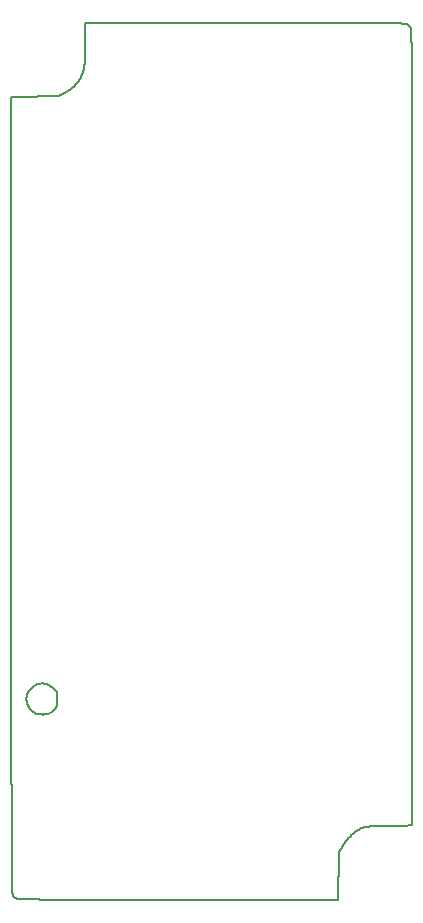
<source format=gm1>
G04 MADE WITH FRITZING*
G04 WWW.FRITZING.ORG*
G04 DOUBLE SIDED*
G04 HOLES PLATED*
G04 CONTOUR ON CENTER OF CONTOUR VECTOR*
%ASAXBY*%
%FSLAX23Y23*%
%MOIN*%
%OFA0B0*%
%SFA1.0B1.0*%
%ADD10C,0.008*%
%LNCONTOUR*%
G90*
G70*
G54D10*
X247Y2925D02*
X247Y2924D01*
X247Y2825D01*
X246Y2824D01*
X246Y2802D01*
X245Y2801D01*
X245Y2787D01*
X244Y2786D01*
X244Y2779D01*
X243Y2778D01*
X243Y2774D01*
X242Y2773D01*
X242Y2770D01*
X241Y2769D01*
X241Y2767D01*
X240Y2766D01*
X240Y2763D01*
X239Y2762D01*
X239Y2760D01*
X238Y2759D01*
X238Y2757D01*
X237Y2756D01*
X237Y2755D01*
X236Y2754D01*
X236Y2752D01*
X235Y2751D01*
X235Y2750D01*
X234Y2749D01*
X234Y2748D01*
X233Y2747D01*
X233Y2746D01*
X232Y2745D01*
X232Y2744D01*
X231Y2743D01*
X231Y2742D01*
X230Y2741D01*
X230Y2740D01*
X229Y2739D01*
X229Y2738D01*
X228Y2737D01*
X227Y2736D01*
X227Y2735D01*
X226Y2734D01*
X225Y2733D01*
X225Y2732D01*
X224Y2731D01*
X223Y2730D01*
X223Y2729D01*
X222Y2728D01*
X221Y2727D01*
X220Y2726D01*
X220Y2725D01*
X219Y2724D01*
X218Y2723D01*
X217Y2722D01*
X216Y2721D01*
X215Y2720D01*
X214Y2719D01*
X214Y2718D01*
X213Y2717D01*
X212Y2716D01*
X211Y2715D01*
X210Y2714D01*
X209Y2713D01*
X208Y2712D01*
X207Y2712D01*
X206Y2711D01*
X205Y2710D01*
X204Y2709D01*
X203Y2708D01*
X202Y2707D01*
X201Y2706D01*
X200Y2706D01*
X199Y2705D01*
X198Y2704D01*
X197Y2703D01*
X196Y2703D01*
X195Y2702D01*
X194Y2701D01*
X193Y2701D01*
X192Y2700D01*
X191Y2699D01*
X190Y2699D01*
X189Y2698D01*
X188Y2697D01*
X187Y2697D01*
X186Y2696D01*
X185Y2696D01*
X184Y2695D01*
X183Y2694D01*
X182Y2694D01*
X181Y2693D01*
X180Y2693D01*
X179Y2692D01*
X178Y2692D01*
X177Y2691D01*
X176Y2691D01*
X175Y2690D01*
X174Y2690D01*
X173Y2689D01*
X172Y2689D01*
X171Y2688D01*
X170Y2688D01*
X169Y2687D01*
X168Y2687D01*
X167Y2686D01*
X166Y2686D01*
X165Y2685D01*
X164Y2685D01*
X163Y2684D01*
X162Y2684D01*
X161Y2683D01*
X160Y2683D01*
X159Y2682D01*
X158Y2682D01*
X157Y2681D01*
X156Y2681D01*
X155Y2680D01*
X154Y2680D01*
X153Y2680D01*
X152Y2679D01*
X151Y2679D01*
X150Y2679D01*
X149Y2679D01*
X148Y2679D01*
X147Y2679D01*
X146Y2679D01*
X145Y2679D01*
X144Y2679D01*
X143Y2679D01*
X142Y2679D01*
X141Y2679D01*
X140Y2679D01*
X139Y2679D01*
X138Y2679D01*
X137Y2679D01*
X136Y2679D01*
X135Y2679D01*
X134Y2679D01*
X133Y2679D01*
X132Y2679D01*
X131Y2679D01*
X130Y2679D01*
X129Y2679D01*
X128Y2679D01*
X127Y2679D01*
X126Y2679D01*
X125Y2679D01*
X124Y2679D01*
X123Y2679D01*
X122Y2679D01*
X121Y2679D01*
X120Y2679D01*
X119Y2679D01*
X118Y2679D01*
X117Y2679D01*
X116Y2679D01*
X115Y2679D01*
X114Y2679D01*
X113Y2679D01*
X112Y2679D01*
X111Y2679D01*
X110Y2679D01*
X109Y2679D01*
X108Y2679D01*
X107Y2679D01*
X106Y2679D01*
X105Y2679D01*
X104Y2679D01*
X103Y2679D01*
X102Y2679D01*
X101Y2679D01*
X100Y2679D01*
X99Y2679D01*
X98Y2679D01*
X97Y2679D01*
X96Y2679D01*
X95Y2679D01*
X94Y2679D01*
X93Y2679D01*
X92Y2679D01*
X91Y2679D01*
X90Y2679D01*
X89Y2679D01*
X88Y2679D01*
X87Y2679D01*
X86Y2679D01*
X85Y2678D01*
X84Y2678D01*
X83Y2678D01*
X82Y2678D01*
X81Y2678D01*
X80Y2678D01*
X79Y2678D01*
X78Y2678D01*
X77Y2678D01*
X76Y2678D01*
X75Y2678D01*
X74Y2678D01*
X73Y2678D01*
X72Y2678D01*
X71Y2678D01*
X70Y2678D01*
X69Y2678D01*
X68Y2678D01*
X67Y2678D01*
X66Y2678D01*
X65Y2678D01*
X64Y2678D01*
X63Y2678D01*
X62Y2678D01*
X61Y2678D01*
X60Y2678D01*
X59Y2678D01*
X58Y2678D01*
X57Y2678D01*
X56Y2678D01*
X55Y2678D01*
X54Y2678D01*
X53Y2678D01*
X52Y2678D01*
X51Y2678D01*
X50Y2678D01*
X49Y2678D01*
X48Y2678D01*
X47Y2678D01*
X46Y2678D01*
X45Y2678D01*
X44Y2678D01*
X43Y2678D01*
X42Y2678D01*
X41Y2678D01*
X40Y2678D01*
X39Y2678D01*
X38Y2678D01*
X37Y2678D01*
X36Y2678D01*
X35Y2678D01*
X34Y2678D01*
X33Y2678D01*
X32Y2678D01*
X31Y2678D01*
X30Y2678D01*
X29Y2678D01*
X28Y2678D01*
X27Y2678D01*
X26Y2678D01*
X25Y2678D01*
X24Y2678D01*
X23Y2678D01*
X22Y2678D01*
X21Y2678D01*
X20Y2678D01*
X19Y2678D01*
X18Y2678D01*
X17Y2677D01*
X16Y2677D01*
X15Y2677D01*
X14Y2677D01*
X13Y2677D01*
X12Y2677D01*
X11Y2677D01*
X10Y2677D01*
X9Y2677D01*
X8Y2677D01*
X7Y2677D01*
X6Y2677D01*
X5Y2677D01*
X4Y2677D01*
X3Y2677D01*
X2Y2677D01*
X1Y2677D01*
X0Y2677D01*
X0Y386D01*
X1Y385D01*
X1Y144D01*
X2Y143D01*
X2Y66D01*
X3Y65D01*
X3Y36D01*
X4Y35D01*
X4Y23D01*
X5Y22D01*
X5Y18D01*
X6Y17D01*
X7Y16D01*
X7Y15D01*
X8Y14D01*
X9Y13D01*
X10Y12D01*
X10Y11D01*
X11Y10D01*
X12Y9D01*
X13Y9D01*
X14Y8D01*
X15Y7D01*
X16Y6D01*
X17Y6D01*
X18Y5D01*
X19Y5D01*
X20Y4D01*
X21Y4D01*
X22Y4D01*
X23Y4D01*
X24Y4D01*
X25Y4D01*
X26Y4D01*
X27Y4D01*
X28Y4D01*
X29Y4D01*
X30Y4D01*
X31Y4D01*
X32Y4D01*
X33Y4D01*
X34Y4D01*
X35Y4D01*
X36Y4D01*
X37Y3D01*
X38Y3D01*
X39Y3D01*
X40Y3D01*
X41Y3D01*
X42Y3D01*
X43Y3D01*
X44Y3D01*
X45Y3D01*
X46Y3D01*
X47Y3D01*
X48Y3D01*
X49Y3D01*
X50Y3D01*
X51Y3D01*
X52Y3D01*
X53Y3D01*
X54Y3D01*
X55Y3D01*
X56Y3D01*
X57Y3D01*
X58Y3D01*
X59Y3D01*
X60Y3D01*
X61Y3D01*
X62Y3D01*
X63Y3D01*
X64Y3D01*
X65Y3D01*
X66Y3D01*
X67Y3D01*
X68Y3D01*
X69Y3D01*
X70Y3D01*
X71Y3D01*
X72Y3D01*
X73Y3D01*
X74Y3D01*
X75Y3D01*
X76Y3D01*
X77Y3D01*
X78Y3D01*
X79Y3D01*
X80Y3D01*
X81Y3D01*
X82Y3D01*
X83Y3D01*
X84Y3D01*
X85Y3D01*
X86Y3D01*
X87Y3D01*
X88Y3D01*
X89Y3D01*
X90Y3D01*
X91Y3D01*
X92Y3D01*
X93Y3D01*
X94Y3D01*
X95Y3D01*
X96Y3D01*
X97Y2D01*
X98Y2D01*
X99Y2D01*
X100Y2D01*
X101Y2D01*
X102Y2D01*
X103Y2D01*
X104Y2D01*
X105Y2D01*
X106Y2D01*
X107Y2D01*
X108Y2D01*
X109Y2D01*
X110Y2D01*
X111Y2D01*
X112Y2D01*
X113Y2D01*
X114Y2D01*
X115Y2D01*
X116Y2D01*
X117Y2D01*
X118Y2D01*
X119Y2D01*
X120Y2D01*
X121Y2D01*
X122Y2D01*
X123Y2D01*
X124Y2D01*
X125Y2D01*
X126Y2D01*
X127Y2D01*
X128Y2D01*
X129Y2D01*
X130Y2D01*
X131Y2D01*
X132Y2D01*
X133Y2D01*
X134Y2D01*
X135Y2D01*
X136Y2D01*
X137Y2D01*
X138Y2D01*
X139Y2D01*
X140Y2D01*
X141Y2D01*
X142Y2D01*
X143Y2D01*
X144Y2D01*
X145Y2D01*
X146Y2D01*
X147Y2D01*
X148Y2D01*
X149Y2D01*
X150Y2D01*
X151Y2D01*
X152Y2D01*
X153Y2D01*
X154Y2D01*
X155Y2D01*
X156Y2D01*
X157Y2D01*
X158Y2D01*
X159Y2D01*
X160Y2D01*
X161Y2D01*
X162Y2D01*
X163Y2D01*
X164Y2D01*
X165Y2D01*
X166Y2D01*
X167Y2D01*
X168Y2D01*
X169Y2D01*
X170Y2D01*
X171Y2D01*
X172Y2D01*
X173Y2D01*
X174Y2D01*
X175Y2D01*
X176Y2D01*
X177Y2D01*
X178Y2D01*
X179Y2D01*
X180Y2D01*
X181Y2D01*
X182Y2D01*
X183Y2D01*
X184Y2D01*
X185Y2D01*
X186Y2D01*
X187Y2D01*
X188Y2D01*
X189Y2D01*
X190Y2D01*
X191Y2D01*
X192Y2D01*
X193Y2D01*
X194Y2D01*
X195Y2D01*
X196Y2D01*
X197Y2D01*
X198Y2D01*
X199Y2D01*
X200Y2D01*
X201Y2D01*
X202Y2D01*
X203Y2D01*
X204Y2D01*
X205Y2D01*
X206Y2D01*
X207Y2D01*
X208Y2D01*
X209Y2D01*
X210Y2D01*
X211Y2D01*
X212Y2D01*
X213Y2D01*
X214Y2D01*
X215Y2D01*
X216Y2D01*
X217Y2D01*
X218Y2D01*
X219Y2D01*
X220Y2D01*
X221Y2D01*
X222Y2D01*
X223Y2D01*
X224Y2D01*
X225Y2D01*
X226Y2D01*
X227Y2D01*
X228Y2D01*
X229Y2D01*
X230Y2D01*
X231Y2D01*
X232Y2D01*
X233Y2D01*
X234Y2D01*
X235Y2D01*
X236Y2D01*
X237Y2D01*
X238Y2D01*
X239Y2D01*
X240Y2D01*
X241Y2D01*
X242Y2D01*
X243Y2D01*
X244Y2D01*
X245Y2D01*
X246Y2D01*
X247Y2D01*
X248Y2D01*
X249Y2D01*
X250Y2D01*
X251Y2D01*
X252Y2D01*
X253Y2D01*
X254Y2D01*
X255Y2D01*
X256Y2D01*
X257Y2D01*
X258Y2D01*
X259Y2D01*
X260Y2D01*
X261Y2D01*
X262Y2D01*
X263Y2D01*
X264Y2D01*
X265Y2D01*
X266Y2D01*
X267Y2D01*
X268Y2D01*
X269Y2D01*
X270Y1D01*
X271Y1D01*
X272Y1D01*
X273Y1D01*
X274Y1D01*
X275Y1D01*
X276Y1D01*
X277Y1D01*
X278Y1D01*
X279Y1D01*
X280Y1D01*
X281Y1D01*
X282Y1D01*
X283Y1D01*
X284Y1D01*
X285Y1D01*
X286Y1D01*
X287Y1D01*
X288Y1D01*
X289Y1D01*
X290Y1D01*
X291Y1D01*
X292Y1D01*
X293Y1D01*
X294Y1D01*
X295Y1D01*
X296Y1D01*
X297Y1D01*
X298Y1D01*
X299Y1D01*
X300Y1D01*
X301Y1D01*
X302Y1D01*
X303Y1D01*
X304Y1D01*
X305Y1D01*
X306Y1D01*
X307Y1D01*
X308Y1D01*
X309Y1D01*
X310Y1D01*
X311Y1D01*
X312Y1D01*
X313Y1D01*
X314Y1D01*
X315Y1D01*
X316Y1D01*
X317Y1D01*
X318Y1D01*
X319Y1D01*
X320Y1D01*
X321Y1D01*
X322Y1D01*
X323Y1D01*
X324Y1D01*
X325Y1D01*
X326Y1D01*
X327Y1D01*
X328Y1D01*
X329Y1D01*
X330Y1D01*
X331Y1D01*
X332Y1D01*
X333Y1D01*
X334Y1D01*
X335Y1D01*
X336Y1D01*
X337Y1D01*
X338Y1D01*
X339Y1D01*
X340Y1D01*
X341Y1D01*
X342Y1D01*
X343Y1D01*
X344Y1D01*
X345Y1D01*
X346Y1D01*
X347Y1D01*
X348Y1D01*
X349Y1D01*
X350Y1D01*
X351Y1D01*
X352Y1D01*
X353Y1D01*
X354Y1D01*
X355Y1D01*
X356Y1D01*
X357Y1D01*
X358Y1D01*
X359Y1D01*
X360Y1D01*
X361Y1D01*
X362Y1D01*
X363Y1D01*
X364Y1D01*
X365Y1D01*
X366Y1D01*
X367Y1D01*
X368Y1D01*
X369Y1D01*
X370Y1D01*
X371Y1D01*
X372Y1D01*
X373Y1D01*
X374Y1D01*
X375Y1D01*
X376Y1D01*
X377Y1D01*
X378Y1D01*
X379Y1D01*
X380Y1D01*
X381Y1D01*
X382Y1D01*
X383Y1D01*
X384Y1D01*
X385Y1D01*
X386Y1D01*
X387Y1D01*
X388Y1D01*
X389Y1D01*
X390Y1D01*
X391Y1D01*
X392Y1D01*
X393Y1D01*
X394Y1D01*
X395Y1D01*
X396Y1D01*
X397Y1D01*
X398Y1D01*
X399Y1D01*
X400Y1D01*
X401Y1D01*
X402Y1D01*
X403Y1D01*
X404Y1D01*
X405Y1D01*
X406Y1D01*
X407Y1D01*
X408Y1D01*
X409Y1D01*
X410Y1D01*
X411Y1D01*
X412Y1D01*
X413Y1D01*
X414Y1D01*
X415Y1D01*
X416Y1D01*
X417Y1D01*
X418Y1D01*
X419Y1D01*
X420Y1D01*
X421Y1D01*
X422Y1D01*
X423Y1D01*
X424Y1D01*
X425Y1D01*
X426Y1D01*
X427Y1D01*
X428Y1D01*
X429Y1D01*
X430Y1D01*
X431Y1D01*
X432Y1D01*
X433Y1D01*
X434Y1D01*
X435Y1D01*
X436Y1D01*
X437Y1D01*
X438Y1D01*
X439Y1D01*
X440Y1D01*
X441Y1D01*
X442Y1D01*
X443Y1D01*
X444Y1D01*
X445Y1D01*
X446Y1D01*
X447Y1D01*
X448Y1D01*
X449Y1D01*
X450Y1D01*
X451Y1D01*
X452Y1D01*
X453Y1D01*
X454Y1D01*
X455Y1D01*
X456Y1D01*
X457Y1D01*
X458Y1D01*
X459Y1D01*
X460Y1D01*
X461Y1D01*
X462Y1D01*
X463Y1D01*
X464Y1D01*
X465Y1D01*
X466Y1D01*
X467Y1D01*
X468Y1D01*
X469Y1D01*
X470Y1D01*
X471Y1D01*
X472Y1D01*
X473Y1D01*
X474Y1D01*
X475Y1D01*
X476Y1D01*
X477Y1D01*
X478Y1D01*
X479Y1D01*
X480Y1D01*
X481Y1D01*
X482Y1D01*
X483Y1D01*
X484Y1D01*
X485Y1D01*
X486Y1D01*
X487Y1D01*
X488Y1D01*
X489Y1D01*
X490Y1D01*
X491Y1D01*
X492Y1D01*
X493Y1D01*
X494Y1D01*
X495Y1D01*
X496Y1D01*
X497Y1D01*
X498Y1D01*
X499Y1D01*
X500Y1D01*
X501Y1D01*
X502Y1D01*
X503Y1D01*
X504Y1D01*
X505Y1D01*
X506Y1D01*
X507Y1D01*
X508Y1D01*
X509Y1D01*
X510Y1D01*
X511Y1D01*
X512Y1D01*
X513Y1D01*
X514Y1D01*
X515Y1D01*
X516Y1D01*
X517Y1D01*
X518Y1D01*
X519Y1D01*
X520Y1D01*
X521Y1D01*
X522Y1D01*
X523Y1D01*
X524Y1D01*
X525Y1D01*
X526Y1D01*
X527Y1D01*
X528Y1D01*
X529Y1D01*
X530Y1D01*
X531Y1D01*
X532Y1D01*
X533Y1D01*
X534Y1D01*
X535Y1D01*
X536Y1D01*
X537Y1D01*
X538Y1D01*
X539Y1D01*
X540Y1D01*
X541Y1D01*
X542Y1D01*
X543Y1D01*
X544Y1D01*
X545Y1D01*
X546Y1D01*
X547Y1D01*
X548Y1D01*
X549Y1D01*
X550Y1D01*
X551Y1D01*
X552Y1D01*
X553Y1D01*
X554Y1D01*
X555Y1D01*
X556Y1D01*
X557Y1D01*
X558Y1D01*
X559Y1D01*
X560Y1D01*
X561Y1D01*
X562Y1D01*
X563Y1D01*
X564Y1D01*
X565Y1D01*
X566Y1D01*
X567Y1D01*
X568Y1D01*
X569Y1D01*
X570Y1D01*
X571Y1D01*
X572Y1D01*
X573Y1D01*
X574Y1D01*
X575Y1D01*
X576Y1D01*
X577Y1D01*
X578Y1D01*
X579Y1D01*
X580Y1D01*
X581Y1D01*
X582Y1D01*
X583Y1D01*
X584Y1D01*
X585Y1D01*
X586Y1D01*
X587Y1D01*
X588Y1D01*
X589Y1D01*
X590Y1D01*
X591Y1D01*
X592Y1D01*
X593Y1D01*
X594Y1D01*
X595Y1D01*
X596Y1D01*
X597Y1D01*
X598Y1D01*
X599Y1D01*
X600Y1D01*
X601Y1D01*
X602Y1D01*
X603Y1D01*
X604Y1D01*
X605Y1D01*
X606Y1D01*
X607Y1D01*
X608Y1D01*
X609Y1D01*
X610Y1D01*
X611Y1D01*
X612Y1D01*
X613Y1D01*
X614Y1D01*
X615Y1D01*
X616Y1D01*
X617Y1D01*
X618Y1D01*
X619Y1D01*
X620Y1D01*
X621Y1D01*
X622Y1D01*
X623Y1D01*
X624Y1D01*
X625Y1D01*
X626Y1D01*
X627Y1D01*
X628Y1D01*
X629Y1D01*
X630Y1D01*
X631Y1D01*
X632Y1D01*
X633Y1D01*
X634Y1D01*
X635Y1D01*
X636Y1D01*
X637Y1D01*
X638Y1D01*
X639Y1D01*
X640Y1D01*
X641Y1D01*
X642Y1D01*
X643Y1D01*
X644Y1D01*
X645Y1D01*
X646Y1D01*
X647Y1D01*
X648Y1D01*
X649Y1D01*
X650Y1D01*
X651Y1D01*
X652Y1D01*
X653Y1D01*
X654Y1D01*
X655Y1D01*
X656Y1D01*
X657Y1D01*
X658Y1D01*
X659Y1D01*
X660Y1D01*
X661Y1D01*
X662Y1D01*
X663Y1D01*
X664Y1D01*
X665Y1D01*
X666Y1D01*
X667Y1D01*
X668Y1D01*
X669Y1D01*
X670Y1D01*
X671Y1D01*
X672Y1D01*
X673Y1D01*
X674Y1D01*
X675Y1D01*
X676Y1D01*
X677Y1D01*
X678Y1D01*
X679Y1D01*
X680Y1D01*
X681Y1D01*
X682Y1D01*
X683Y1D01*
X684Y1D01*
X685Y1D01*
X686Y1D01*
X687Y1D01*
X688Y1D01*
X689Y1D01*
X690Y1D01*
X691Y1D01*
X692Y1D01*
X693Y1D01*
X694Y1D01*
X695Y1D01*
X696Y1D01*
X697Y1D01*
X698Y1D01*
X699Y1D01*
X700Y1D01*
X701Y1D01*
X702Y1D01*
X703Y1D01*
X704Y1D01*
X705Y1D01*
X706Y1D01*
X707Y1D01*
X708Y1D01*
X709Y1D01*
X710Y1D01*
X711Y1D01*
X712Y1D01*
X713Y1D01*
X714Y1D01*
X715Y1D01*
X716Y1D01*
X717Y1D01*
X718Y1D01*
X719Y1D01*
X720Y1D01*
X721Y1D01*
X722Y1D01*
X723Y1D01*
X724Y1D01*
X725Y1D01*
X726Y1D01*
X727Y1D01*
X728Y1D01*
X729Y1D01*
X730Y1D01*
X731Y1D01*
X732Y1D01*
X733Y1D01*
X734Y1D01*
X735Y1D01*
X736Y1D01*
X737Y1D01*
X738Y1D01*
X739Y1D01*
X740Y1D01*
X741Y1D01*
X742Y1D01*
X743Y1D01*
X744Y1D01*
X745Y1D01*
X746Y1D01*
X747Y1D01*
X748Y1D01*
X749Y1D01*
X750Y1D01*
X751Y1D01*
X752Y1D01*
X753Y1D01*
X754Y1D01*
X755Y1D01*
X756Y1D01*
X757Y1D01*
X758Y1D01*
X759Y1D01*
X760Y1D01*
X761Y1D01*
X762Y1D01*
X763Y1D01*
X764Y1D01*
X765Y1D01*
X766Y1D01*
X767Y1D01*
X768Y1D01*
X769Y1D01*
X770Y1D01*
X771Y1D01*
X772Y1D01*
X773Y1D01*
X774Y1D01*
X775Y1D01*
X776Y1D01*
X777Y1D01*
X778Y1D01*
X779Y1D01*
X780Y1D01*
X781Y1D01*
X782Y1D01*
X783Y1D01*
X784Y1D01*
X785Y1D01*
X786Y1D01*
X787Y1D01*
X788Y1D01*
X789Y1D01*
X790Y1D01*
X791Y1D01*
X792Y1D01*
X793Y1D01*
X794Y1D01*
X795Y1D01*
X796Y1D01*
X797Y1D01*
X798Y1D01*
X799Y1D01*
X800Y1D01*
X801Y1D01*
X802Y1D01*
X803Y1D01*
X804Y1D01*
X805Y1D01*
X806Y1D01*
X807Y1D01*
X808Y1D01*
X809Y1D01*
X810Y1D01*
X811Y1D01*
X812Y1D01*
X813Y1D01*
X814Y1D01*
X815Y1D01*
X816Y1D01*
X817Y1D01*
X818Y1D01*
X819Y1D01*
X820Y1D01*
X821Y1D01*
X822Y1D01*
X823Y1D01*
X824Y1D01*
X825Y1D01*
X826Y1D01*
X827Y1D01*
X828Y1D01*
X829Y1D01*
X830Y1D01*
X831Y1D01*
X832Y1D01*
X833Y1D01*
X834Y1D01*
X835Y1D01*
X836Y1D01*
X837Y1D01*
X838Y1D01*
X839Y1D01*
X840Y1D01*
X841Y1D01*
X842Y1D01*
X843Y1D01*
X844Y1D01*
X845Y1D01*
X846Y1D01*
X847Y1D01*
X848Y1D01*
X849Y1D01*
X850Y1D01*
X851Y1D01*
X852Y1D01*
X853Y1D01*
X854Y1D01*
X855Y1D01*
X856Y1D01*
X857Y1D01*
X858Y1D01*
X859Y1D01*
X860Y1D01*
X861Y1D01*
X862Y1D01*
X863Y1D01*
X864Y1D01*
X865Y1D01*
X866Y1D01*
X867Y1D01*
X868Y1D01*
X869Y1D01*
X870Y1D01*
X871Y1D01*
X872Y1D01*
X873Y1D01*
X874Y1D01*
X875Y1D01*
X876Y1D01*
X877Y1D01*
X878Y1D01*
X879Y1D01*
X880Y1D01*
X881Y1D01*
X882Y1D01*
X883Y1D01*
X884Y1D01*
X885Y1D01*
X886Y1D01*
X887Y1D01*
X888Y1D01*
X889Y1D01*
X890Y1D01*
X891Y1D01*
X892Y1D01*
X893Y1D01*
X894Y1D01*
X895Y1D01*
X896Y1D01*
X897Y1D01*
X898Y1D01*
X899Y1D01*
X900Y1D01*
X901Y1D01*
X902Y1D01*
X903Y1D01*
X904Y1D01*
X905Y1D01*
X906Y1D01*
X907Y1D01*
X908Y1D01*
X909Y1D01*
X910Y1D01*
X911Y1D01*
X912Y1D01*
X913Y1D01*
X914Y1D01*
X915Y1D01*
X916Y1D01*
X917Y1D01*
X918Y1D01*
X919Y1D01*
X920Y1D01*
X921Y1D01*
X922Y1D01*
X923Y1D01*
X924Y1D01*
X925Y1D01*
X926Y1D01*
X927Y1D01*
X928Y1D01*
X929Y1D01*
X930Y1D01*
X931Y1D01*
X932Y1D01*
X933Y1D01*
X934Y1D01*
X935Y1D01*
X936Y1D01*
X937Y1D01*
X938Y1D01*
X939Y1D01*
X940Y1D01*
X941Y1D01*
X942Y1D01*
X943Y1D01*
X944Y1D01*
X945Y1D01*
X946Y1D01*
X947Y1D01*
X948Y1D01*
X949Y1D01*
X950Y1D01*
X951Y1D01*
X952Y1D01*
X953Y1D01*
X954Y1D01*
X955Y1D01*
X956Y1D01*
X957Y1D01*
X958Y1D01*
X959Y1D01*
X960Y1D01*
X961Y1D01*
X962Y1D01*
X963Y1D01*
X964Y1D01*
X965Y1D01*
X966Y1D01*
X967Y1D01*
X968Y1D01*
X969Y1D01*
X970Y1D01*
X971Y1D01*
X972Y1D01*
X973Y1D01*
X974Y1D01*
X975Y1D01*
X976Y1D01*
X977Y1D01*
X978Y1D01*
X979Y1D01*
X980Y1D01*
X981Y1D01*
X982Y1D01*
X983Y1D01*
X984Y1D01*
X985Y1D01*
X986Y1D01*
X987Y1D01*
X988Y1D01*
X989Y1D01*
X990Y1D01*
X991Y1D01*
X992Y1D01*
X993Y1D01*
X994Y1D01*
X995Y1D01*
X996Y1D01*
X997Y1D01*
X998Y1D01*
X999Y1D01*
X1000Y1D01*
X1001Y1D01*
X1002Y1D01*
X1003Y1D01*
X1004Y1D01*
X1005Y1D01*
X1006Y1D01*
X1007Y1D01*
X1008Y1D01*
X1009Y1D01*
X1010Y1D01*
X1011Y1D01*
X1012Y1D01*
X1013Y1D01*
X1014Y1D01*
X1015Y1D01*
X1016Y1D01*
X1017Y1D01*
X1018Y1D01*
X1019Y1D01*
X1020Y1D01*
X1021Y1D01*
X1022Y1D01*
X1023Y1D01*
X1024Y1D01*
X1025Y1D01*
X1026Y1D01*
X1027Y1D01*
X1028Y1D01*
X1029Y1D01*
X1030Y1D01*
X1031Y1D01*
X1032Y1D01*
X1033Y1D01*
X1034Y1D01*
X1035Y1D01*
X1036Y1D01*
X1037Y1D01*
X1038Y1D01*
X1039Y1D01*
X1040Y1D01*
X1041Y1D01*
X1042Y1D01*
X1043Y1D01*
X1044Y1D01*
X1045Y1D01*
X1046Y1D01*
X1047Y1D01*
X1048Y1D01*
X1049Y1D01*
X1050Y1D01*
X1051Y1D01*
X1052Y1D01*
X1053Y1D01*
X1054Y1D01*
X1055Y1D01*
X1056Y1D01*
X1057Y1D01*
X1058Y1D01*
X1059Y1D01*
X1060Y1D01*
X1061Y1D01*
X1062Y1D01*
X1063Y1D01*
X1064Y1D01*
X1065Y1D01*
X1066Y1D01*
X1067Y1D01*
X1068Y1D01*
X1069Y1D01*
X1070Y1D01*
X1071Y1D01*
X1072Y1D01*
X1073Y1D01*
X1074Y1D01*
X1075Y1D01*
X1076Y1D01*
X1077Y1D01*
X1078Y1D01*
X1079Y1D01*
X1080Y1D01*
X1081Y1D01*
X1082Y1D01*
X1083Y1D01*
X1084Y1D01*
X1085Y1D01*
X1086Y1D01*
X1087Y1D01*
X1088Y1D01*
X1089Y1D01*
X1089Y14D01*
X1090Y15D01*
X1090Y78D01*
X1091Y79D01*
X1091Y143D01*
X1092Y144D01*
X1092Y159D01*
X1093Y160D01*
X1093Y161D01*
X1094Y162D01*
X1094Y163D01*
X1095Y164D01*
X1096Y165D01*
X1096Y166D01*
X1097Y167D01*
X1097Y168D01*
X1098Y169D01*
X1098Y170D01*
X1099Y171D01*
X1099Y172D01*
X1100Y173D01*
X1100Y174D01*
X1101Y175D01*
X1101Y176D01*
X1102Y177D01*
X1102Y178D01*
X1103Y179D01*
X1103Y180D01*
X1104Y181D01*
X1105Y182D01*
X1105Y183D01*
X1106Y184D01*
X1106Y185D01*
X1107Y186D01*
X1107Y187D01*
X1108Y188D01*
X1109Y189D01*
X1109Y190D01*
X1110Y191D01*
X1111Y192D01*
X1111Y193D01*
X1112Y194D01*
X1113Y195D01*
X1114Y196D01*
X1114Y197D01*
X1115Y198D01*
X1116Y199D01*
X1117Y200D01*
X1118Y201D01*
X1118Y202D01*
X1119Y203D01*
X1120Y204D01*
X1121Y205D01*
X1122Y206D01*
X1123Y207D01*
X1124Y208D01*
X1125Y209D01*
X1126Y210D01*
X1127Y211D01*
X1128Y212D01*
X1128Y213D01*
X1129Y214D01*
X1130Y214D01*
X1131Y215D01*
X1132Y216D01*
X1133Y217D01*
X1134Y218D01*
X1135Y219D01*
X1136Y220D01*
X1137Y221D01*
X1138Y222D01*
X1139Y222D01*
X1140Y223D01*
X1141Y224D01*
X1142Y225D01*
X1143Y226D01*
X1144Y226D01*
X1145Y227D01*
X1146Y228D01*
X1147Y229D01*
X1148Y229D01*
X1149Y230D01*
X1150Y231D01*
X1151Y231D01*
X1152Y232D01*
X1153Y233D01*
X1154Y233D01*
X1155Y234D01*
X1156Y234D01*
X1157Y235D01*
X1158Y235D01*
X1159Y236D01*
X1160Y237D01*
X1161Y237D01*
X1162Y238D01*
X1163Y238D01*
X1164Y239D01*
X1165Y239D01*
X1166Y240D01*
X1167Y240D01*
X1168Y240D01*
X1169Y241D01*
X1170Y241D01*
X1171Y242D01*
X1172Y242D01*
X1173Y242D01*
X1174Y243D01*
X1175Y243D01*
X1176Y243D01*
X1177Y243D01*
X1178Y243D01*
X1179Y244D01*
X1180Y244D01*
X1181Y244D01*
X1182Y244D01*
X1183Y244D01*
X1184Y245D01*
X1185Y245D01*
X1186Y245D01*
X1187Y245D01*
X1188Y245D01*
X1189Y245D01*
X1190Y245D01*
X1191Y245D01*
X1192Y245D01*
X1193Y246D01*
X1194Y246D01*
X1195Y246D01*
X1196Y246D01*
X1197Y246D01*
X1198Y246D01*
X1199Y246D01*
X1200Y246D01*
X1201Y246D01*
X1202Y246D01*
X1203Y246D01*
X1204Y246D01*
X1205Y246D01*
X1206Y246D01*
X1207Y246D01*
X1208Y246D01*
X1209Y246D01*
X1210Y246D01*
X1211Y246D01*
X1212Y247D01*
X1213Y247D01*
X1214Y247D01*
X1215Y247D01*
X1216Y247D01*
X1217Y247D01*
X1218Y247D01*
X1219Y247D01*
X1220Y247D01*
X1221Y247D01*
X1222Y247D01*
X1223Y247D01*
X1224Y247D01*
X1225Y247D01*
X1226Y247D01*
X1227Y247D01*
X1228Y247D01*
X1229Y247D01*
X1230Y247D01*
X1231Y247D01*
X1232Y247D01*
X1233Y247D01*
X1234Y247D01*
X1235Y247D01*
X1236Y247D01*
X1237Y247D01*
X1238Y247D01*
X1239Y247D01*
X1240Y247D01*
X1241Y247D01*
X1242Y247D01*
X1243Y247D01*
X1244Y247D01*
X1245Y247D01*
X1246Y247D01*
X1247Y247D01*
X1248Y247D01*
X1249Y247D01*
X1250Y247D01*
X1251Y247D01*
X1252Y247D01*
X1253Y247D01*
X1254Y247D01*
X1255Y247D01*
X1256Y247D01*
X1257Y248D01*
X1258Y248D01*
X1259Y248D01*
X1260Y248D01*
X1261Y248D01*
X1262Y248D01*
X1263Y248D01*
X1264Y248D01*
X1265Y248D01*
X1266Y248D01*
X1267Y248D01*
X1268Y248D01*
X1269Y248D01*
X1270Y248D01*
X1271Y248D01*
X1272Y248D01*
X1273Y248D01*
X1274Y248D01*
X1275Y248D01*
X1276Y248D01*
X1277Y248D01*
X1278Y248D01*
X1279Y248D01*
X1280Y248D01*
X1281Y248D01*
X1282Y248D01*
X1283Y248D01*
X1284Y248D01*
X1285Y248D01*
X1286Y248D01*
X1287Y248D01*
X1288Y248D01*
X1289Y248D01*
X1290Y248D01*
X1291Y248D01*
X1292Y248D01*
X1293Y248D01*
X1294Y248D01*
X1295Y248D01*
X1296Y248D01*
X1297Y248D01*
X1298Y248D01*
X1299Y248D01*
X1300Y248D01*
X1301Y248D01*
X1302Y248D01*
X1303Y248D01*
X1304Y248D01*
X1305Y248D01*
X1306Y248D01*
X1307Y248D01*
X1308Y248D01*
X1309Y248D01*
X1310Y248D01*
X1311Y248D01*
X1312Y248D01*
X1313Y248D01*
X1314Y248D01*
X1315Y248D01*
X1316Y248D01*
X1317Y248D01*
X1318Y248D01*
X1319Y248D01*
X1320Y248D01*
X1321Y249D01*
X1322Y249D01*
X1323Y249D01*
X1324Y249D01*
X1325Y249D01*
X1326Y249D01*
X1327Y249D01*
X1328Y249D01*
X1329Y249D01*
X1330Y249D01*
X1331Y249D01*
X1332Y249D01*
X1333Y249D01*
X1334Y249D01*
X1335Y249D01*
X1336Y249D01*
X1337Y249D01*
X1337Y2532D01*
X1336Y2533D01*
X1336Y2780D01*
X1335Y2781D01*
X1335Y2860D01*
X1334Y2861D01*
X1334Y2890D01*
X1333Y2891D01*
X1333Y2904D01*
X1332Y2905D01*
X1332Y2908D01*
X1331Y2909D01*
X1330Y2910D01*
X1330Y2911D01*
X1329Y2912D01*
X1328Y2913D01*
X1328Y2914D01*
X1327Y2915D01*
X1326Y2916D01*
X1325Y2917D01*
X1324Y2918D01*
X1323Y2919D01*
X1322Y2920D01*
X1321Y2921D01*
X1320Y2921D01*
X1319Y2922D01*
X1318Y2922D01*
X1317Y2922D01*
X1316Y2922D01*
X1315Y2922D01*
X1314Y2922D01*
X1313Y2922D01*
X1312Y2922D01*
X1311Y2922D01*
X1310Y2922D01*
X1309Y2922D01*
X1308Y2922D01*
X1307Y2922D01*
X1306Y2922D01*
X1305Y2922D01*
X1304Y2922D01*
X1303Y2922D01*
X1302Y2922D01*
X1301Y2922D01*
X1300Y2923D01*
X1299Y2923D01*
X1298Y2923D01*
X1297Y2923D01*
X1296Y2923D01*
X1295Y2923D01*
X1294Y2923D01*
X1293Y2923D01*
X1292Y2923D01*
X1291Y2923D01*
X1290Y2923D01*
X1289Y2923D01*
X1288Y2923D01*
X1287Y2923D01*
X1286Y2923D01*
X1285Y2923D01*
X1284Y2923D01*
X1283Y2923D01*
X1282Y2923D01*
X1281Y2923D01*
X1280Y2923D01*
X1279Y2923D01*
X1278Y2923D01*
X1277Y2923D01*
X1276Y2923D01*
X1275Y2923D01*
X1274Y2923D01*
X1273Y2923D01*
X1272Y2923D01*
X1271Y2923D01*
X1270Y2923D01*
X1269Y2923D01*
X1268Y2923D01*
X1267Y2923D01*
X1266Y2923D01*
X1265Y2923D01*
X1264Y2923D01*
X1263Y2923D01*
X1262Y2923D01*
X1261Y2923D01*
X1260Y2923D01*
X1259Y2923D01*
X1258Y2923D01*
X1257Y2923D01*
X1256Y2923D01*
X1255Y2923D01*
X1254Y2923D01*
X1253Y2923D01*
X1252Y2923D01*
X1251Y2923D01*
X1250Y2923D01*
X1249Y2923D01*
X1248Y2924D01*
X1247Y2924D01*
X1246Y2924D01*
X1245Y2924D01*
X1244Y2924D01*
X1243Y2924D01*
X1242Y2924D01*
X1241Y2924D01*
X1240Y2924D01*
X1239Y2924D01*
X1238Y2924D01*
X1237Y2924D01*
X1236Y2924D01*
X1235Y2924D01*
X1234Y2924D01*
X1233Y2924D01*
X1232Y2924D01*
X1231Y2924D01*
X1230Y2924D01*
X1229Y2924D01*
X1228Y2924D01*
X1227Y2924D01*
X1226Y2924D01*
X1225Y2924D01*
X1224Y2924D01*
X1223Y2924D01*
X1222Y2924D01*
X1221Y2924D01*
X1220Y2924D01*
X1219Y2924D01*
X1218Y2924D01*
X1217Y2924D01*
X1216Y2924D01*
X1215Y2924D01*
X1214Y2924D01*
X1213Y2924D01*
X1212Y2924D01*
X1211Y2924D01*
X1210Y2924D01*
X1209Y2924D01*
X1208Y2924D01*
X1207Y2924D01*
X1206Y2924D01*
X1205Y2924D01*
X1204Y2924D01*
X1203Y2924D01*
X1202Y2924D01*
X1201Y2924D01*
X1200Y2924D01*
X1199Y2924D01*
X1198Y2924D01*
X1197Y2924D01*
X1196Y2924D01*
X1195Y2924D01*
X1194Y2924D01*
X1193Y2924D01*
X1192Y2924D01*
X1191Y2924D01*
X1190Y2924D01*
X1189Y2924D01*
X1188Y2924D01*
X1187Y2924D01*
X1186Y2924D01*
X1185Y2924D01*
X1184Y2924D01*
X1183Y2924D01*
X1182Y2924D01*
X1181Y2924D01*
X1180Y2924D01*
X1179Y2924D01*
X1178Y2924D01*
X1177Y2924D01*
X1176Y2924D01*
X1175Y2924D01*
X1174Y2924D01*
X1173Y2924D01*
X1172Y2924D01*
X1171Y2924D01*
X1170Y2924D01*
X1169Y2924D01*
X1168Y2924D01*
X1167Y2924D01*
X1166Y2924D01*
X1165Y2924D01*
X1164Y2924D01*
X1163Y2924D01*
X1162Y2924D01*
X1161Y2924D01*
X1160Y2924D01*
X1159Y2924D01*
X1158Y2924D01*
X1157Y2924D01*
X1156Y2924D01*
X1155Y2924D01*
X1154Y2924D01*
X1153Y2924D01*
X1152Y2924D01*
X1151Y2924D01*
X1150Y2924D01*
X1149Y2924D01*
X1148Y2924D01*
X1147Y2924D01*
X1146Y2924D01*
X1145Y2924D01*
X1144Y2924D01*
X1143Y2924D01*
X1142Y2924D01*
X1141Y2924D01*
X1140Y2924D01*
X1139Y2924D01*
X1138Y2924D01*
X1137Y2924D01*
X1136Y2924D01*
X1135Y2924D01*
X1134Y2924D01*
X1133Y2924D01*
X1132Y2924D01*
X1131Y2924D01*
X1130Y2924D01*
X1129Y2924D01*
X1128Y2924D01*
X1127Y2924D01*
X1126Y2924D01*
X1125Y2924D01*
X1124Y2924D01*
X1123Y2924D01*
X1122Y2924D01*
X1121Y2924D01*
X1120Y2924D01*
X1119Y2924D01*
X1118Y2924D01*
X1117Y2924D01*
X1116Y2924D01*
X1115Y2924D01*
X1114Y2924D01*
X1113Y2924D01*
X1112Y2924D01*
X1111Y2924D01*
X1110Y2924D01*
X1109Y2924D01*
X1108Y2924D01*
X1107Y2924D01*
X1106Y2924D01*
X1105Y2924D01*
X1104Y2924D01*
X1103Y2924D01*
X1102Y2924D01*
X1101Y2924D01*
X1100Y2924D01*
X1099Y2924D01*
X1098Y2924D01*
X1097Y2924D01*
X1096Y2924D01*
X1095Y2924D01*
X1094Y2924D01*
X1093Y2924D01*
X1092Y2924D01*
X1091Y2924D01*
X1090Y2924D01*
X1089Y2924D01*
X1088Y2924D01*
X1087Y2924D01*
X1086Y2925D01*
X1085Y2925D01*
X1084Y2925D01*
X1083Y2925D01*
X1082Y2925D01*
X1081Y2925D01*
X1080Y2925D01*
X1079Y2925D01*
X1078Y2925D01*
X1077Y2925D01*
X1076Y2925D01*
X1075Y2925D01*
X1074Y2925D01*
X1073Y2925D01*
X1072Y2925D01*
X1071Y2925D01*
X1070Y2925D01*
X1069Y2925D01*
X1068Y2925D01*
X1067Y2925D01*
X1066Y2925D01*
X1065Y2925D01*
X1064Y2925D01*
X1063Y2925D01*
X1062Y2925D01*
X1061Y2925D01*
X1060Y2925D01*
X1059Y2925D01*
X1058Y2925D01*
X1057Y2925D01*
X1056Y2925D01*
X1055Y2925D01*
X1054Y2925D01*
X1053Y2925D01*
X1052Y2925D01*
X1051Y2925D01*
X1050Y2925D01*
X1049Y2925D01*
X1048Y2925D01*
X1047Y2925D01*
X1046Y2925D01*
X1045Y2925D01*
X1044Y2925D01*
X1043Y2925D01*
X1042Y2925D01*
X1041Y2925D01*
X1040Y2925D01*
X1039Y2925D01*
X1038Y2925D01*
X1037Y2925D01*
X1036Y2925D01*
X1035Y2925D01*
X1034Y2925D01*
X1033Y2925D01*
X1032Y2925D01*
X1031Y2925D01*
X1030Y2925D01*
X1029Y2925D01*
X1028Y2925D01*
X1027Y2925D01*
X1026Y2925D01*
X1025Y2925D01*
X1024Y2925D01*
X1023Y2925D01*
X1022Y2925D01*
X1021Y2925D01*
X1020Y2925D01*
X1019Y2925D01*
X1018Y2925D01*
X1017Y2925D01*
X1016Y2925D01*
X1015Y2925D01*
X1014Y2925D01*
X1013Y2925D01*
X1012Y2925D01*
X1011Y2925D01*
X1010Y2925D01*
X1009Y2925D01*
X1008Y2925D01*
X1007Y2925D01*
X1006Y2925D01*
X1005Y2925D01*
X1004Y2925D01*
X1003Y2925D01*
X1002Y2925D01*
X1001Y2925D01*
X1000Y2925D01*
X999Y2925D01*
X998Y2925D01*
X997Y2925D01*
X996Y2925D01*
X995Y2925D01*
X994Y2925D01*
X993Y2925D01*
X992Y2925D01*
X991Y2925D01*
X990Y2925D01*
X989Y2925D01*
X988Y2925D01*
X987Y2925D01*
X986Y2925D01*
X985Y2925D01*
X984Y2925D01*
X983Y2925D01*
X982Y2925D01*
X981Y2925D01*
X980Y2925D01*
X979Y2925D01*
X978Y2925D01*
X977Y2925D01*
X976Y2925D01*
X975Y2925D01*
X974Y2925D01*
X973Y2925D01*
X972Y2925D01*
X971Y2925D01*
X970Y2925D01*
X969Y2925D01*
X968Y2925D01*
X967Y2925D01*
X966Y2925D01*
X965Y2925D01*
X964Y2925D01*
X963Y2925D01*
X962Y2925D01*
X961Y2925D01*
X960Y2925D01*
X959Y2925D01*
X958Y2925D01*
X957Y2925D01*
X956Y2925D01*
X955Y2925D01*
X954Y2925D01*
X953Y2925D01*
X952Y2925D01*
X951Y2925D01*
X950Y2925D01*
X949Y2925D01*
X948Y2925D01*
X947Y2925D01*
X946Y2925D01*
X945Y2925D01*
X944Y2925D01*
X943Y2925D01*
X942Y2925D01*
X941Y2925D01*
X940Y2925D01*
X939Y2925D01*
X938Y2925D01*
X937Y2925D01*
X936Y2925D01*
X935Y2925D01*
X934Y2925D01*
X933Y2925D01*
X932Y2925D01*
X931Y2925D01*
X930Y2925D01*
X929Y2925D01*
X928Y2925D01*
X927Y2925D01*
X926Y2925D01*
X925Y2925D01*
X924Y2925D01*
X923Y2925D01*
X922Y2925D01*
X921Y2925D01*
X920Y2925D01*
X919Y2925D01*
X918Y2925D01*
X917Y2925D01*
X916Y2925D01*
X915Y2925D01*
X914Y2925D01*
X913Y2925D01*
X912Y2925D01*
X911Y2925D01*
X910Y2925D01*
X909Y2925D01*
X908Y2925D01*
X907Y2925D01*
X906Y2925D01*
X905Y2925D01*
X904Y2925D01*
X903Y2925D01*
X902Y2925D01*
X901Y2925D01*
X900Y2925D01*
X899Y2925D01*
X898Y2925D01*
X897Y2925D01*
X896Y2925D01*
X895Y2925D01*
X894Y2925D01*
X893Y2925D01*
X892Y2925D01*
X891Y2925D01*
X890Y2925D01*
X889Y2925D01*
X888Y2925D01*
X887Y2925D01*
X886Y2925D01*
X885Y2925D01*
X884Y2925D01*
X883Y2925D01*
X882Y2925D01*
X881Y2925D01*
X880Y2925D01*
X879Y2925D01*
X878Y2925D01*
X877Y2925D01*
X876Y2925D01*
X875Y2925D01*
X874Y2925D01*
X873Y2925D01*
X872Y2925D01*
X871Y2925D01*
X870Y2925D01*
X869Y2925D01*
X868Y2925D01*
X867Y2925D01*
X866Y2925D01*
X865Y2925D01*
X864Y2925D01*
X863Y2925D01*
X862Y2925D01*
X861Y2925D01*
X860Y2925D01*
X859Y2925D01*
X858Y2925D01*
X857Y2925D01*
X856Y2925D01*
X855Y2925D01*
X854Y2925D01*
X853Y2925D01*
X852Y2925D01*
X851Y2925D01*
X850Y2925D01*
X849Y2925D01*
X848Y2925D01*
X847Y2925D01*
X846Y2925D01*
X845Y2925D01*
X844Y2925D01*
X843Y2925D01*
X842Y2925D01*
X841Y2925D01*
X840Y2925D01*
X839Y2925D01*
X838Y2925D01*
X837Y2925D01*
X836Y2925D01*
X835Y2925D01*
X834Y2925D01*
X833Y2925D01*
X832Y2925D01*
X831Y2925D01*
X830Y2925D01*
X829Y2925D01*
X828Y2925D01*
X827Y2925D01*
X826Y2925D01*
X825Y2925D01*
X824Y2925D01*
X823Y2925D01*
X822Y2925D01*
X821Y2925D01*
X820Y2925D01*
X819Y2925D01*
X818Y2925D01*
X817Y2925D01*
X816Y2925D01*
X815Y2925D01*
X814Y2925D01*
X813Y2925D01*
X812Y2925D01*
X811Y2925D01*
X810Y2925D01*
X809Y2925D01*
X808Y2925D01*
X807Y2925D01*
X806Y2925D01*
X805Y2925D01*
X804Y2925D01*
X803Y2925D01*
X802Y2925D01*
X801Y2925D01*
X800Y2925D01*
X799Y2925D01*
X798Y2925D01*
X797Y2925D01*
X796Y2925D01*
X795Y2925D01*
X794Y2925D01*
X793Y2925D01*
X792Y2925D01*
X791Y2925D01*
X790Y2925D01*
X789Y2925D01*
X788Y2925D01*
X787Y2925D01*
X786Y2925D01*
X785Y2925D01*
X784Y2925D01*
X783Y2925D01*
X782Y2925D01*
X781Y2925D01*
X780Y2925D01*
X779Y2925D01*
X778Y2925D01*
X777Y2925D01*
X776Y2925D01*
X775Y2925D01*
X774Y2925D01*
X773Y2925D01*
X772Y2925D01*
X771Y2925D01*
X770Y2925D01*
X769Y2925D01*
X768Y2925D01*
X767Y2925D01*
X766Y2925D01*
X765Y2925D01*
X764Y2925D01*
X763Y2925D01*
X762Y2925D01*
X761Y2925D01*
X760Y2925D01*
X759Y2925D01*
X758Y2925D01*
X757Y2925D01*
X756Y2925D01*
X755Y2925D01*
X754Y2925D01*
X753Y2925D01*
X752Y2925D01*
X751Y2925D01*
X750Y2925D01*
X749Y2925D01*
X748Y2925D01*
X747Y2925D01*
X746Y2925D01*
X745Y2925D01*
X744Y2925D01*
X743Y2925D01*
X742Y2925D01*
X741Y2925D01*
X740Y2925D01*
X739Y2925D01*
X738Y2925D01*
X737Y2925D01*
X736Y2925D01*
X735Y2925D01*
X734Y2925D01*
X733Y2925D01*
X732Y2925D01*
X731Y2925D01*
X730Y2925D01*
X729Y2925D01*
X728Y2925D01*
X727Y2925D01*
X726Y2925D01*
X725Y2925D01*
X724Y2925D01*
X723Y2925D01*
X722Y2925D01*
X721Y2925D01*
X720Y2925D01*
X719Y2925D01*
X718Y2925D01*
X717Y2925D01*
X716Y2925D01*
X715Y2925D01*
X714Y2925D01*
X713Y2925D01*
X712Y2925D01*
X711Y2925D01*
X710Y2925D01*
X709Y2925D01*
X708Y2925D01*
X707Y2925D01*
X706Y2925D01*
X705Y2925D01*
X704Y2925D01*
X703Y2925D01*
X702Y2925D01*
X701Y2925D01*
X700Y2925D01*
X699Y2925D01*
X698Y2925D01*
X697Y2925D01*
X696Y2925D01*
X695Y2925D01*
X694Y2925D01*
X693Y2925D01*
X692Y2925D01*
X691Y2925D01*
X690Y2925D01*
X689Y2925D01*
X688Y2925D01*
X687Y2925D01*
X686Y2925D01*
X685Y2925D01*
X684Y2925D01*
X683Y2925D01*
X682Y2925D01*
X681Y2925D01*
X680Y2925D01*
X679Y2925D01*
X678Y2925D01*
X677Y2925D01*
X676Y2925D01*
X675Y2925D01*
X674Y2925D01*
X673Y2925D01*
X672Y2925D01*
X671Y2925D01*
X670Y2925D01*
X669Y2925D01*
X668Y2925D01*
X667Y2925D01*
X666Y2925D01*
X665Y2925D01*
X664Y2925D01*
X663Y2925D01*
X662Y2925D01*
X661Y2925D01*
X660Y2925D01*
X659Y2925D01*
X658Y2925D01*
X657Y2925D01*
X656Y2925D01*
X655Y2925D01*
X654Y2925D01*
X653Y2925D01*
X652Y2925D01*
X651Y2925D01*
X650Y2925D01*
X649Y2925D01*
X648Y2925D01*
X647Y2925D01*
X646Y2925D01*
X645Y2925D01*
X644Y2925D01*
X643Y2925D01*
X642Y2925D01*
X641Y2925D01*
X640Y2925D01*
X639Y2925D01*
X638Y2925D01*
X637Y2925D01*
X636Y2925D01*
X635Y2925D01*
X634Y2925D01*
X633Y2925D01*
X632Y2925D01*
X631Y2925D01*
X630Y2925D01*
X629Y2925D01*
X628Y2925D01*
X627Y2925D01*
X626Y2925D01*
X625Y2925D01*
X624Y2925D01*
X623Y2925D01*
X622Y2925D01*
X621Y2925D01*
X620Y2925D01*
X619Y2925D01*
X618Y2925D01*
X617Y2925D01*
X616Y2925D01*
X615Y2925D01*
X614Y2925D01*
X613Y2925D01*
X612Y2925D01*
X611Y2925D01*
X610Y2925D01*
X609Y2925D01*
X608Y2925D01*
X607Y2925D01*
X606Y2925D01*
X605Y2925D01*
X604Y2925D01*
X603Y2925D01*
X602Y2925D01*
X601Y2925D01*
X600Y2925D01*
X599Y2925D01*
X598Y2925D01*
X597Y2925D01*
X596Y2925D01*
X595Y2925D01*
X594Y2925D01*
X593Y2925D01*
X592Y2925D01*
X591Y2925D01*
X590Y2925D01*
X589Y2925D01*
X588Y2925D01*
X587Y2925D01*
X586Y2925D01*
X585Y2925D01*
X584Y2925D01*
X583Y2925D01*
X582Y2925D01*
X581Y2925D01*
X580Y2925D01*
X579Y2925D01*
X578Y2925D01*
X577Y2925D01*
X576Y2925D01*
X575Y2925D01*
X574Y2925D01*
X573Y2925D01*
X572Y2925D01*
X571Y2925D01*
X570Y2925D01*
X569Y2925D01*
X568Y2925D01*
X567Y2925D01*
X566Y2925D01*
X565Y2925D01*
X564Y2925D01*
X563Y2925D01*
X562Y2925D01*
X561Y2925D01*
X560Y2925D01*
X559Y2925D01*
X558Y2925D01*
X557Y2925D01*
X556Y2925D01*
X555Y2925D01*
X554Y2925D01*
X553Y2925D01*
X552Y2925D01*
X551Y2925D01*
X550Y2925D01*
X549Y2925D01*
X548Y2925D01*
X547Y2925D01*
X546Y2925D01*
X545Y2925D01*
X544Y2925D01*
X543Y2925D01*
X542Y2925D01*
X541Y2925D01*
X540Y2925D01*
X539Y2925D01*
X538Y2925D01*
X537Y2925D01*
X536Y2925D01*
X535Y2925D01*
X534Y2925D01*
X533Y2925D01*
X532Y2925D01*
X531Y2925D01*
X530Y2925D01*
X529Y2925D01*
X528Y2925D01*
X527Y2925D01*
X526Y2925D01*
X525Y2925D01*
X524Y2925D01*
X523Y2925D01*
X522Y2925D01*
X521Y2925D01*
X520Y2925D01*
X519Y2925D01*
X518Y2925D01*
X517Y2925D01*
X516Y2925D01*
X515Y2925D01*
X514Y2925D01*
X513Y2925D01*
X512Y2925D01*
X511Y2925D01*
X510Y2925D01*
X509Y2925D01*
X508Y2925D01*
X507Y2925D01*
X506Y2925D01*
X505Y2925D01*
X504Y2925D01*
X503Y2925D01*
X502Y2925D01*
X501Y2925D01*
X500Y2925D01*
X499Y2925D01*
X498Y2925D01*
X497Y2925D01*
X496Y2925D01*
X495Y2925D01*
X494Y2925D01*
X493Y2925D01*
X492Y2925D01*
X491Y2925D01*
X490Y2925D01*
X489Y2925D01*
X488Y2925D01*
X487Y2925D01*
X486Y2925D01*
X485Y2925D01*
X484Y2925D01*
X483Y2925D01*
X482Y2925D01*
X481Y2925D01*
X480Y2925D01*
X479Y2925D01*
X478Y2925D01*
X477Y2925D01*
X476Y2925D01*
X475Y2925D01*
X474Y2925D01*
X473Y2925D01*
X472Y2925D01*
X471Y2925D01*
X470Y2925D01*
X469Y2925D01*
X468Y2925D01*
X467Y2925D01*
X466Y2925D01*
X465Y2925D01*
X464Y2925D01*
X463Y2925D01*
X462Y2925D01*
X461Y2925D01*
X460Y2925D01*
X459Y2925D01*
X458Y2925D01*
X457Y2925D01*
X456Y2925D01*
X455Y2925D01*
X454Y2925D01*
X453Y2925D01*
X452Y2925D01*
X451Y2925D01*
X450Y2925D01*
X449Y2925D01*
X448Y2925D01*
X447Y2925D01*
X446Y2925D01*
X445Y2925D01*
X444Y2925D01*
X443Y2925D01*
X442Y2925D01*
X441Y2925D01*
X440Y2925D01*
X439Y2925D01*
X438Y2925D01*
X437Y2925D01*
X436Y2925D01*
X435Y2925D01*
X434Y2925D01*
X433Y2925D01*
X432Y2925D01*
X431Y2925D01*
X430Y2925D01*
X429Y2925D01*
X428Y2925D01*
X427Y2925D01*
X426Y2925D01*
X425Y2925D01*
X424Y2925D01*
X423Y2925D01*
X422Y2925D01*
X421Y2925D01*
X420Y2925D01*
X419Y2925D01*
X418Y2925D01*
X417Y2925D01*
X416Y2925D01*
X415Y2925D01*
X414Y2925D01*
X413Y2925D01*
X412Y2925D01*
X411Y2925D01*
X410Y2925D01*
X409Y2925D01*
X408Y2925D01*
X407Y2925D01*
X406Y2925D01*
X405Y2925D01*
X404Y2925D01*
X403Y2925D01*
X402Y2925D01*
X401Y2925D01*
X400Y2925D01*
X399Y2925D01*
X398Y2925D01*
X397Y2925D01*
X396Y2925D01*
X395Y2925D01*
X394Y2925D01*
X393Y2925D01*
X392Y2925D01*
X391Y2925D01*
X390Y2925D01*
X389Y2925D01*
X388Y2925D01*
X387Y2925D01*
X386Y2925D01*
X385Y2925D01*
X384Y2925D01*
X383Y2925D01*
X382Y2925D01*
X381Y2925D01*
X380Y2925D01*
X379Y2925D01*
X378Y2925D01*
X377Y2925D01*
X376Y2925D01*
X375Y2925D01*
X374Y2925D01*
X373Y2925D01*
X372Y2925D01*
X371Y2925D01*
X370Y2925D01*
X369Y2925D01*
X368Y2925D01*
X367Y2925D01*
X366Y2925D01*
X365Y2925D01*
X364Y2925D01*
X363Y2925D01*
X362Y2925D01*
X361Y2925D01*
X360Y2925D01*
X359Y2925D01*
X358Y2925D01*
X357Y2925D01*
X356Y2925D01*
X355Y2925D01*
X354Y2925D01*
X353Y2925D01*
X352Y2925D01*
X351Y2925D01*
X350Y2925D01*
X349Y2925D01*
X348Y2925D01*
X347Y2925D01*
X346Y2925D01*
X345Y2925D01*
X344Y2925D01*
X343Y2925D01*
X342Y2925D01*
X341Y2925D01*
X340Y2925D01*
X339Y2925D01*
X338Y2925D01*
X337Y2925D01*
X336Y2925D01*
X335Y2925D01*
X334Y2925D01*
X333Y2925D01*
X332Y2925D01*
X331Y2925D01*
X330Y2925D01*
X329Y2925D01*
X328Y2925D01*
X327Y2925D01*
X326Y2925D01*
X325Y2925D01*
X324Y2925D01*
X323Y2925D01*
X322Y2925D01*
X321Y2925D01*
X320Y2925D01*
X319Y2925D01*
X318Y2925D01*
X317Y2925D01*
X316Y2925D01*
X315Y2925D01*
X314Y2925D01*
X313Y2925D01*
X312Y2925D01*
X311Y2925D01*
X310Y2925D01*
X309Y2925D01*
X308Y2925D01*
X307Y2925D01*
X306Y2925D01*
X305Y2925D01*
X304Y2925D01*
X303Y2925D01*
X302Y2925D01*
X301Y2925D01*
X300Y2925D01*
X299Y2925D01*
X298Y2925D01*
X297Y2925D01*
X296Y2925D01*
X295Y2925D01*
X294Y2925D01*
X293Y2925D01*
X292Y2925D01*
X291Y2925D01*
X290Y2925D01*
X289Y2925D01*
X288Y2925D01*
X287Y2925D01*
X286Y2925D01*
X285Y2925D01*
X284Y2925D01*
X283Y2925D01*
X282Y2925D01*
X281Y2925D01*
X280Y2925D01*
X279Y2925D01*
X278Y2925D01*
X277Y2925D01*
X276Y2925D01*
X275Y2925D01*
X274Y2925D01*
X273Y2925D01*
X272Y2925D01*
X271Y2925D01*
X270Y2925D01*
X269Y2925D01*
X268Y2925D01*
X267Y2925D01*
X266Y2925D01*
X265Y2925D01*
X264Y2925D01*
X263Y2925D01*
X262Y2925D01*
X261Y2925D01*
X260Y2925D01*
X259Y2925D01*
X258Y2925D01*
X257Y2925D01*
X256Y2925D01*
X255Y2925D01*
X254Y2925D01*
X253Y2925D01*
X252Y2925D01*
X251Y2925D01*
X250Y2925D01*
X249Y2925D01*
X248Y2925D01*
X247Y2925D01*
D02*
X98Y723D02*
X99Y723D01*
X100Y723D01*
X101Y723D01*
X102Y723D01*
X103Y723D01*
X104Y723D01*
X105Y723D01*
X106Y723D01*
X107Y723D01*
X108Y723D01*
X109Y722D01*
X110Y722D01*
X111Y722D01*
X112Y722D01*
X113Y722D01*
X114Y722D01*
X115Y721D01*
X116Y721D01*
X117Y721D01*
X118Y720D01*
X119Y720D01*
X120Y720D01*
X121Y719D01*
X122Y719D01*
X123Y718D01*
X124Y718D01*
X125Y717D01*
X126Y717D01*
X127Y716D01*
X128Y716D01*
X129Y715D01*
X130Y715D01*
X131Y714D01*
X132Y714D01*
X133Y713D01*
X134Y712D01*
X135Y712D01*
X136Y711D01*
X137Y710D01*
X138Y710D01*
X139Y709D01*
X140Y708D01*
X141Y707D01*
X142Y706D01*
X143Y705D01*
X144Y705D01*
X145Y704D01*
X145Y703D01*
X146Y702D01*
X147Y701D01*
X148Y700D01*
X149Y699D01*
X149Y698D01*
X150Y697D01*
X150Y696D01*
X151Y695D01*
X151Y692D01*
X152Y691D01*
X152Y687D01*
X153Y686D01*
X153Y678D01*
X154Y677D01*
X154Y661D01*
X153Y660D01*
X153Y654D01*
X152Y653D01*
X152Y650D01*
X151Y649D01*
X151Y648D01*
X150Y647D01*
X150Y645D01*
X149Y644D01*
X149Y643D01*
X148Y642D01*
X147Y641D01*
X147Y640D01*
X146Y639D01*
X145Y638D01*
X145Y637D01*
X144Y636D01*
X143Y635D01*
X142Y634D01*
X141Y633D01*
X140Y632D01*
X139Y631D01*
X138Y631D01*
X137Y630D01*
X136Y629D01*
X135Y628D01*
X134Y628D01*
X133Y627D01*
X132Y626D01*
X131Y626D01*
X130Y625D01*
X129Y625D01*
X128Y624D01*
X127Y624D01*
X126Y623D01*
X125Y623D01*
X124Y622D01*
X123Y622D01*
X122Y622D01*
X121Y621D01*
X120Y621D01*
X119Y621D01*
X118Y620D01*
X117Y620D01*
X116Y620D01*
X115Y620D01*
X114Y619D01*
X113Y619D01*
X112Y619D01*
X111Y619D01*
X110Y619D01*
X109Y619D01*
X108Y619D01*
X107Y619D01*
X106Y619D01*
X105Y618D01*
X104Y619D01*
X103Y619D01*
X102Y619D01*
X101Y619D01*
X100Y619D01*
X99Y619D01*
X98Y619D01*
X97Y619D01*
X96Y619D01*
X95Y619D01*
X94Y619D01*
X93Y620D01*
X92Y620D01*
X91Y620D01*
X90Y620D01*
X89Y621D01*
X88Y621D01*
X87Y621D01*
X86Y622D01*
X85Y622D01*
X84Y622D01*
X83Y623D01*
X82Y623D01*
X81Y624D01*
X80Y624D01*
X79Y625D01*
X78Y625D01*
X77Y626D01*
X76Y626D01*
X75Y627D01*
X74Y628D01*
X73Y628D01*
X72Y629D01*
X71Y630D01*
X70Y630D01*
X69Y631D01*
X68Y632D01*
X67Y633D01*
X66Y634D01*
X65Y635D01*
X64Y636D01*
X63Y637D01*
X63Y638D01*
X62Y639D01*
X61Y640D01*
X60Y641D01*
X60Y642D01*
X59Y643D01*
X58Y644D01*
X58Y645D01*
X57Y646D01*
X57Y647D01*
X56Y648D01*
X56Y649D01*
X55Y650D01*
X55Y652D01*
X54Y653D01*
X54Y654D01*
X53Y655D01*
X53Y657D01*
X52Y658D01*
X52Y661D01*
X51Y662D01*
X51Y665D01*
X50Y666D01*
X50Y675D01*
X51Y676D01*
X51Y680D01*
X52Y681D01*
X52Y683D01*
X53Y684D01*
X53Y686D01*
X54Y687D01*
X54Y689D01*
X55Y690D01*
X55Y691D01*
X56Y692D01*
X56Y693D01*
X57Y694D01*
X57Y695D01*
X58Y696D01*
X59Y697D01*
X59Y698D01*
X60Y699D01*
X61Y700D01*
X61Y701D01*
X62Y702D01*
X63Y703D01*
X64Y704D01*
X65Y705D01*
X66Y706D01*
X67Y707D01*
X67Y708D01*
X68Y708D01*
X69Y709D01*
X70Y710D01*
X71Y711D01*
X72Y712D01*
X73Y713D01*
X74Y713D01*
X75Y714D01*
X76Y715D01*
X77Y715D01*
X78Y716D01*
X79Y716D01*
X80Y717D01*
X81Y717D01*
X82Y718D01*
X83Y718D01*
X84Y719D01*
X85Y719D01*
X86Y720D01*
X87Y720D01*
X88Y720D01*
X89Y721D01*
X90Y721D01*
X91Y721D01*
X92Y721D01*
X93Y722D01*
X94Y722D01*
X95Y722D01*
X96Y722D01*
X97Y722D01*
X98Y723D01*
D02*
G04 End of contour*
M02*
</source>
